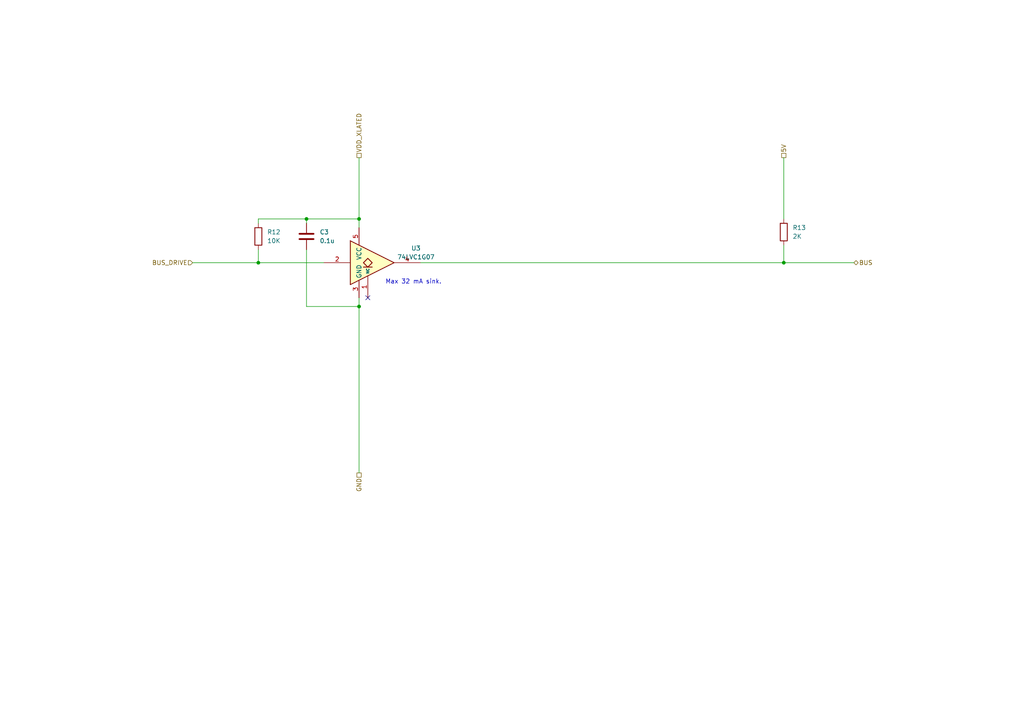
<source format=kicad_sch>
(kicad_sch (version 20230121) (generator eeschema)
  (paper "A4")
  (lib_symbols
    (symbol "74xGxx:74LVC1G07"
      (property "Reference" "U" (at 0 7.62 0))
      (property "Value" "74LVC1G07" (at 3.81 -7.62 0))
      (symbol "74LVC1G07_0_1"
        (polyline (pts (xy -3.81 -1.27) (xy -1.27 -1.27)) (stroke (width 0.254)) (fill (type background)))
        (polyline (pts (xy -7.62 6.35) (xy -7.62 -6.35) (xy 5.08 0) (xy -7.62 6.35)) (stroke (width 0.254)) (fill (type background)))
        (polyline (pts (xy -2.54 1.27) (xy -3.81 0) (xy -2.54 -1.27) (xy -1.27 0) (xy -2.54 1.27)) (stroke (width 0.254)) (fill (type background)))
      )
      (symbol "74LVC1G07_1_1"
        (pin free line (at -2.54 -10.16 90) (length 6.35) (name "NC") (number "1"))
        (pin input line (at -15.24 0 0) (length 7.62) (name "~") (number "2"))
        (pin power_in line (at -5.08 -10.16 90) (length 5.08) (name "GND") (number "3"))
        (pin open_collector line (at 12.7 0 180) (length 7.62) (name "~") (number "4"))
        (pin power_in line (at -5.08 10.16 270) (length 5.08) (name "VCC") (number "5"))
      )
    )
    (symbol "Device:C" (pin_numbers hide) (pin_names (offset 0.254))
      (property "Reference" "C" (at 0.635 2.54 0))
      (property "Value" "C" (at 0.635 -2.54 0))
      (symbol "C_0_1"
        (polyline (pts (xy -2.032 -0.762) (xy 2.032 -0.762)) (stroke (width 0.508)))
        (polyline (pts (xy -2.032 0.762) (xy 2.032 0.762)) (stroke (width 0.508)))
      )
      (symbol "C_1_1"
        (pin passive line (at 0 3.81 270) (length 2.794) (name "~") (number "1"))
        (pin passive line (at 0 -3.81 90) (length 2.794) (name "~") (number "2"))
      )
    )
    (symbol "Device:R" (pin_numbers hide) (pin_names (offset 0))
      (property "Reference" "R" (at 2.032 0 90))
      (property "Value" "R" (at 0 0 90))
      (symbol "R_0_1"
        (rectangle (start -1.016 -2.54) (end 1.016 2.54) (stroke (width 0.254)))
      )
      (symbol "R_1_1"
        (pin passive line (at 0 3.81 270) (length 1.27) (name "~") (number "1"))
        (pin passive line (at 0 -3.81 90) (length 1.27) (name "~") (number "2"))
      )
    )
  )
  (junction (at 88.9 63.5))
  (junction (at 74.93 76.2))
  (junction (at 104.14 88.9))
  (junction (at 227.33 76.2))
  (junction (at 104.14 63.5))
  (no_connect (at 106.68 86.36))
  (wire (pts (xy 88.9 88.9) (xy 104.14 88.9)))
  (wire (pts (xy 227.33 45.72) (xy 227.33 63.5)))
  (wire (pts (xy 104.14 63.5) (xy 104.14 66.04)))
  (wire (pts (xy 104.14 86.36) (xy 104.14 88.9)))
  (wire (pts (xy 227.33 71.12) (xy 227.33 76.2)))
  (wire (pts (xy 227.33 76.2) (xy 247.65 76.2)))
  (wire (pts (xy 74.93 63.5) (xy 88.9 63.5)))
  (wire (pts (xy 74.93 72.39) (xy 74.93 76.2)))
  (wire (pts (xy 121.92 76.2) (xy 227.33 76.2)))
  (wire (pts (xy 88.9 64.77) (xy 88.9 63.5)))
  (wire (pts (xy 104.14 45.72) (xy 104.14 63.5)))
  (wire (pts (xy 88.9 72.39) (xy 88.9 88.9)))
  (wire (pts (xy 74.93 64.77) (xy 74.93 63.5)))
  (wire (pts (xy 104.14 88.9) (xy 104.14 137.16)))
  (wire (pts (xy 74.93 76.2) (xy 93.98 76.2)))
  (wire (pts (xy 55.88 76.2) (xy 74.93 76.2)))
  (wire (pts (xy 88.9 63.5) (xy 104.14 63.5)))
  (text "Max 32 mA sink." (at 111.76 82.55 0) (effects (font (size 1.27 1.27)) (justify left bottom)))
  (hierarchical_label "BUS" (shape bidirectional) (at 247.65 76.2 0))
  (hierarchical_label "BUS_DRIVE" (shape input) (at 55.88 76.2 180))
  (hierarchical_label "5V" (shape passive) (at 227.33 45.72 90))
  (hierarchical_label "GND" (shape passive) (at 104.14 137.16 270))
  (hierarchical_label "VDD_XLATED" (shape passive) (at 104.14 45.72 90))
  (symbol (lib_id "74xGxx:74LVC1G07") (at 109.22 76.2 0) (unit 1)
    (property "Reference" "U3" (at 120.65 72.0091 0))
    (property "Value" "74LVC1G07" (at 120.65 74.5491 0))
    (property "Datasheet" "https://www.ti.com/lit/ds/symlink/sn74lvc1g07.pdf" (effects hide))
    (instances (project "pdp11_front_panel" (path "" (reference "U3") (unit 1)) (path "" (reference "U6") (unit 1)) (path "" (reference "U4") (unit 1)) (path "" (reference "U9") (unit 1)) (path "" (reference "U3") (unit 1))))
  )
  (symbol (lib_id "Device:C") (at 88.9 68.58 0) (unit 1)
    (property "Reference" "C3" (at 92.71 67.31 0) (effects (justify left)))
    (property "Value" "0.1u" (at 92.71 69.85 0) (effects (justify left)))
    (instances (project "pdp11_front_panel" (path "" (reference "C3") (unit 1)) (path "" (reference "C1") (unit 1)) (path "" (reference "C6") (unit 1)) (path "" (reference "C3") (unit 1))))
  )
  (symbol (lib_id "Device:R") (at 74.93 68.58 0) (unit 1)
    (property "Reference" "R12" (at 77.47 67.31 0) (effects (justify left)))
    (property "Value" "10K" (at 77.47 69.85 0) (effects (justify left)))
    (instances (project "pdp11_front_panel" (path "" (reference "R12") (unit 1)) (path "" (reference "R2") (unit 1)) (path "" (reference "R15") (unit 1)) (path "" (reference "R12") (unit 1))))
  )
  (symbol (lib_id "Device:R") (at 227.33 67.31 0) (unit 1)
    (property "Reference" "R13" (at 229.87 66.04 0) (effects (justify left)))
    (property "Value" "2K" (at 229.87 68.58 0) (effects (justify left)))
    (instances (project "pdp11_front_panel" (path "" (reference "R13") (unit 1)) (path "" (reference "R14") (unit 1)) (path "" (reference "R16") (unit 1)) (path "" (reference "R13") (unit 1))))
  )
)
</source>
